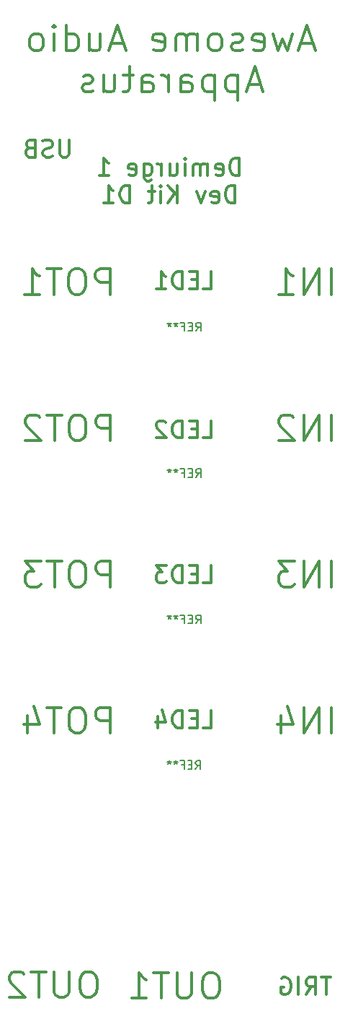
<source format=gbr>
G04 #@! TF.GenerationSoftware,KiCad,Pcbnew,6.0.6+dfsg-1*
G04 #@! TF.CreationDate,2022-08-11T17:50:01+02:00*
G04 #@! TF.ProjectId,demiurge-panel_template,64656d69-7572-4676-952d-70616e656c5f,F*
G04 #@! TF.SameCoordinates,Original*
G04 #@! TF.FileFunction,Legend,Bot*
G04 #@! TF.FilePolarity,Positive*
%FSLAX46Y46*%
G04 Gerber Fmt 4.6, Leading zero omitted, Abs format (unit mm)*
G04 Created by KiCad (PCBNEW 6.0.6+dfsg-1) date 2022-08-11 17:50:01*
%MOMM*%
%LPD*%
G01*
G04 APERTURE LIST*
%ADD10C,0.300000*%
%ADD11C,0.150000*%
G04 APERTURE END LIST*
D10*
X84023809Y-62004761D02*
X84023809Y-63623809D01*
X83928571Y-63814285D01*
X83833333Y-63909523D01*
X83642857Y-64004761D01*
X83261904Y-64004761D01*
X83071428Y-63909523D01*
X82976190Y-63814285D01*
X82880952Y-63623809D01*
X82880952Y-62004761D01*
X82023809Y-63909523D02*
X81738095Y-64004761D01*
X81261904Y-64004761D01*
X81071428Y-63909523D01*
X80976190Y-63814285D01*
X80880952Y-63623809D01*
X80880952Y-63433333D01*
X80976190Y-63242857D01*
X81071428Y-63147619D01*
X81261904Y-63052380D01*
X81642857Y-62957142D01*
X81833333Y-62861904D01*
X81928571Y-62766666D01*
X82023809Y-62576190D01*
X82023809Y-62385714D01*
X81928571Y-62195238D01*
X81833333Y-62100000D01*
X81642857Y-62004761D01*
X81166666Y-62004761D01*
X80880952Y-62100000D01*
X79357142Y-62957142D02*
X79071428Y-63052380D01*
X78976190Y-63147619D01*
X78880952Y-63338095D01*
X78880952Y-63623809D01*
X78976190Y-63814285D01*
X79071428Y-63909523D01*
X79261904Y-64004761D01*
X80023809Y-64004761D01*
X80023809Y-62004761D01*
X79357142Y-62004761D01*
X79166666Y-62100000D01*
X79071428Y-62195238D01*
X78976190Y-62385714D01*
X78976190Y-62576190D01*
X79071428Y-62766666D01*
X79166666Y-62861904D01*
X79357142Y-62957142D01*
X80023809Y-62957142D01*
X103990476Y-66123072D02*
X103990476Y-64123072D01*
X103514285Y-64123072D01*
X103228571Y-64218311D01*
X103038095Y-64408787D01*
X102942857Y-64599263D01*
X102847619Y-64980215D01*
X102847619Y-65265930D01*
X102942857Y-65646882D01*
X103038095Y-65837358D01*
X103228571Y-66027834D01*
X103514285Y-66123072D01*
X103990476Y-66123072D01*
X101228571Y-66027834D02*
X101419047Y-66123072D01*
X101800000Y-66123072D01*
X101990476Y-66027834D01*
X102085714Y-65837358D01*
X102085714Y-65075453D01*
X101990476Y-64884977D01*
X101800000Y-64789739D01*
X101419047Y-64789739D01*
X101228571Y-64884977D01*
X101133333Y-65075453D01*
X101133333Y-65265930D01*
X102085714Y-65456406D01*
X100276190Y-66123072D02*
X100276190Y-64789739D01*
X100276190Y-64980215D02*
X100180952Y-64884977D01*
X99990476Y-64789739D01*
X99704761Y-64789739D01*
X99514285Y-64884977D01*
X99419047Y-65075453D01*
X99419047Y-66123072D01*
X99419047Y-65075453D02*
X99323809Y-64884977D01*
X99133333Y-64789739D01*
X98847619Y-64789739D01*
X98657142Y-64884977D01*
X98561904Y-65075453D01*
X98561904Y-66123072D01*
X97609523Y-66123072D02*
X97609523Y-64789739D01*
X97609523Y-64123072D02*
X97704761Y-64218311D01*
X97609523Y-64313549D01*
X97514285Y-64218311D01*
X97609523Y-64123072D01*
X97609523Y-64313549D01*
X95800000Y-64789739D02*
X95800000Y-66123072D01*
X96657142Y-64789739D02*
X96657142Y-65837358D01*
X96561904Y-66027834D01*
X96371428Y-66123072D01*
X96085714Y-66123072D01*
X95895238Y-66027834D01*
X95800000Y-65932596D01*
X94847619Y-66123072D02*
X94847619Y-64789739D01*
X94847619Y-65170691D02*
X94752380Y-64980215D01*
X94657142Y-64884977D01*
X94466666Y-64789739D01*
X94276190Y-64789739D01*
X92752380Y-64789739D02*
X92752380Y-66408787D01*
X92847619Y-66599263D01*
X92942857Y-66694501D01*
X93133333Y-66789739D01*
X93419047Y-66789739D01*
X93609523Y-66694501D01*
X92752380Y-66027834D02*
X92942857Y-66123072D01*
X93323809Y-66123072D01*
X93514285Y-66027834D01*
X93609523Y-65932596D01*
X93704761Y-65742120D01*
X93704761Y-65170691D01*
X93609523Y-64980215D01*
X93514285Y-64884977D01*
X93323809Y-64789739D01*
X92942857Y-64789739D01*
X92752380Y-64884977D01*
X91038095Y-66027834D02*
X91228571Y-66123072D01*
X91609523Y-66123072D01*
X91800000Y-66027834D01*
X91895238Y-65837358D01*
X91895238Y-65075453D01*
X91800000Y-64884977D01*
X91609523Y-64789739D01*
X91228571Y-64789739D01*
X91038095Y-64884977D01*
X90942857Y-65075453D01*
X90942857Y-65265930D01*
X91895238Y-65456406D01*
X87514285Y-66123072D02*
X88657142Y-66123072D01*
X88085714Y-66123072D02*
X88085714Y-64123072D01*
X88276190Y-64408787D01*
X88466666Y-64599263D01*
X88657142Y-64694501D01*
X103466666Y-69343072D02*
X103466666Y-67343072D01*
X102990476Y-67343072D01*
X102704761Y-67438311D01*
X102514285Y-67628787D01*
X102419047Y-67819263D01*
X102323809Y-68200215D01*
X102323809Y-68485930D01*
X102419047Y-68866882D01*
X102514285Y-69057358D01*
X102704761Y-69247834D01*
X102990476Y-69343072D01*
X103466666Y-69343072D01*
X100704761Y-69247834D02*
X100895238Y-69343072D01*
X101276190Y-69343072D01*
X101466666Y-69247834D01*
X101561904Y-69057358D01*
X101561904Y-68295453D01*
X101466666Y-68104977D01*
X101276190Y-68009739D01*
X100895238Y-68009739D01*
X100704761Y-68104977D01*
X100609523Y-68295453D01*
X100609523Y-68485930D01*
X101561904Y-68676406D01*
X99942857Y-68009739D02*
X99466666Y-69343072D01*
X98990476Y-68009739D01*
X96704761Y-69343072D02*
X96704761Y-67343072D01*
X95561904Y-69343072D02*
X96419047Y-68200215D01*
X95561904Y-67343072D02*
X96704761Y-68485930D01*
X94704761Y-69343072D02*
X94704761Y-68009739D01*
X94704761Y-67343072D02*
X94800000Y-67438311D01*
X94704761Y-67533549D01*
X94609523Y-67438311D01*
X94704761Y-67343072D01*
X94704761Y-67533549D01*
X94038095Y-68009739D02*
X93276190Y-68009739D01*
X93752380Y-67343072D02*
X93752380Y-69057358D01*
X93657142Y-69247834D01*
X93466666Y-69343072D01*
X93276190Y-69343072D01*
X91085714Y-69343072D02*
X91085714Y-67343072D01*
X90609523Y-67343072D01*
X90323809Y-67438311D01*
X90133333Y-67628787D01*
X90038095Y-67819263D01*
X89942857Y-68200215D01*
X89942857Y-68485930D01*
X90038095Y-68866882D01*
X90133333Y-69057358D01*
X90323809Y-69247834D01*
X90609523Y-69343072D01*
X91085714Y-69343072D01*
X88038095Y-69343072D02*
X89180952Y-69343072D01*
X88609523Y-69343072D02*
X88609523Y-67343072D01*
X88800000Y-67628787D01*
X88990476Y-67819263D01*
X89180952Y-67914501D01*
X112642857Y-50685000D02*
X111214285Y-50685000D01*
X112928571Y-51542142D02*
X111928571Y-48542142D01*
X110928571Y-51542142D01*
X110214285Y-49542142D02*
X109642857Y-51542142D01*
X109071428Y-50113571D01*
X108500000Y-51542142D01*
X107928571Y-49542142D01*
X105642857Y-51399285D02*
X105928571Y-51542142D01*
X106500000Y-51542142D01*
X106785714Y-51399285D01*
X106928571Y-51113571D01*
X106928571Y-49970714D01*
X106785714Y-49685000D01*
X106500000Y-49542142D01*
X105928571Y-49542142D01*
X105642857Y-49685000D01*
X105500000Y-49970714D01*
X105500000Y-50256428D01*
X106928571Y-50542142D01*
X104357142Y-51399285D02*
X104071428Y-51542142D01*
X103500000Y-51542142D01*
X103214285Y-51399285D01*
X103071428Y-51113571D01*
X103071428Y-50970714D01*
X103214285Y-50685000D01*
X103500000Y-50542142D01*
X103928571Y-50542142D01*
X104214285Y-50399285D01*
X104357142Y-50113571D01*
X104357142Y-49970714D01*
X104214285Y-49685000D01*
X103928571Y-49542142D01*
X103500000Y-49542142D01*
X103214285Y-49685000D01*
X101357142Y-51542142D02*
X101642857Y-51399285D01*
X101785714Y-51256428D01*
X101928571Y-50970714D01*
X101928571Y-50113571D01*
X101785714Y-49827857D01*
X101642857Y-49685000D01*
X101357142Y-49542142D01*
X100928571Y-49542142D01*
X100642857Y-49685000D01*
X100500000Y-49827857D01*
X100357142Y-50113571D01*
X100357142Y-50970714D01*
X100500000Y-51256428D01*
X100642857Y-51399285D01*
X100928571Y-51542142D01*
X101357142Y-51542142D01*
X99071428Y-51542142D02*
X99071428Y-49542142D01*
X99071428Y-49827857D02*
X98928571Y-49685000D01*
X98642857Y-49542142D01*
X98214285Y-49542142D01*
X97928571Y-49685000D01*
X97785714Y-49970714D01*
X97785714Y-51542142D01*
X97785714Y-49970714D02*
X97642857Y-49685000D01*
X97357142Y-49542142D01*
X96928571Y-49542142D01*
X96642857Y-49685000D01*
X96500000Y-49970714D01*
X96500000Y-51542142D01*
X93928571Y-51399285D02*
X94214285Y-51542142D01*
X94785714Y-51542142D01*
X95071428Y-51399285D01*
X95214285Y-51113571D01*
X95214285Y-49970714D01*
X95071428Y-49685000D01*
X94785714Y-49542142D01*
X94214285Y-49542142D01*
X93928571Y-49685000D01*
X93785714Y-49970714D01*
X93785714Y-50256428D01*
X95214285Y-50542142D01*
X90357142Y-50685000D02*
X88928571Y-50685000D01*
X90642857Y-51542142D02*
X89642857Y-48542142D01*
X88642857Y-51542142D01*
X86357142Y-49542142D02*
X86357142Y-51542142D01*
X87642857Y-49542142D02*
X87642857Y-51113571D01*
X87500000Y-51399285D01*
X87214285Y-51542142D01*
X86785714Y-51542142D01*
X86500000Y-51399285D01*
X86357142Y-51256428D01*
X83642857Y-51542142D02*
X83642857Y-48542142D01*
X83642857Y-51399285D02*
X83928571Y-51542142D01*
X84500000Y-51542142D01*
X84785714Y-51399285D01*
X84928571Y-51256428D01*
X85071428Y-50970714D01*
X85071428Y-50113571D01*
X84928571Y-49827857D01*
X84785714Y-49685000D01*
X84500000Y-49542142D01*
X83928571Y-49542142D01*
X83642857Y-49685000D01*
X82214285Y-51542142D02*
X82214285Y-49542142D01*
X82214285Y-48542142D02*
X82357142Y-48685000D01*
X82214285Y-48827857D01*
X82071428Y-48685000D01*
X82214285Y-48542142D01*
X82214285Y-48827857D01*
X80357142Y-51542142D02*
X80642857Y-51399285D01*
X80785714Y-51256428D01*
X80928571Y-50970714D01*
X80928571Y-50113571D01*
X80785714Y-49827857D01*
X80642857Y-49685000D01*
X80357142Y-49542142D01*
X79928571Y-49542142D01*
X79642857Y-49685000D01*
X79500000Y-49827857D01*
X79357142Y-50113571D01*
X79357142Y-50970714D01*
X79500000Y-51256428D01*
X79642857Y-51399285D01*
X79928571Y-51542142D01*
X80357142Y-51542142D01*
X106500000Y-55515000D02*
X105071428Y-55515000D01*
X106785714Y-56372142D02*
X105785714Y-53372142D01*
X104785714Y-56372142D01*
X103785714Y-54372142D02*
X103785714Y-57372142D01*
X103785714Y-54515000D02*
X103500000Y-54372142D01*
X102928571Y-54372142D01*
X102642857Y-54515000D01*
X102500000Y-54657857D01*
X102357142Y-54943571D01*
X102357142Y-55800714D01*
X102500000Y-56086428D01*
X102642857Y-56229285D01*
X102928571Y-56372142D01*
X103500000Y-56372142D01*
X103785714Y-56229285D01*
X101071428Y-54372142D02*
X101071428Y-57372142D01*
X101071428Y-54515000D02*
X100785714Y-54372142D01*
X100214285Y-54372142D01*
X99928571Y-54515000D01*
X99785714Y-54657857D01*
X99642857Y-54943571D01*
X99642857Y-55800714D01*
X99785714Y-56086428D01*
X99928571Y-56229285D01*
X100214285Y-56372142D01*
X100785714Y-56372142D01*
X101071428Y-56229285D01*
X97071428Y-56372142D02*
X97071428Y-54800714D01*
X97214285Y-54515000D01*
X97500000Y-54372142D01*
X98071428Y-54372142D01*
X98357142Y-54515000D01*
X97071428Y-56229285D02*
X97357142Y-56372142D01*
X98071428Y-56372142D01*
X98357142Y-56229285D01*
X98500000Y-55943571D01*
X98500000Y-55657857D01*
X98357142Y-55372142D01*
X98071428Y-55229285D01*
X97357142Y-55229285D01*
X97071428Y-55086428D01*
X95642857Y-56372142D02*
X95642857Y-54372142D01*
X95642857Y-54943571D02*
X95500000Y-54657857D01*
X95357142Y-54515000D01*
X95071428Y-54372142D01*
X94785714Y-54372142D01*
X92500000Y-56372142D02*
X92500000Y-54800714D01*
X92642857Y-54515000D01*
X92928571Y-54372142D01*
X93500000Y-54372142D01*
X93785714Y-54515000D01*
X92500000Y-56229285D02*
X92785714Y-56372142D01*
X93500000Y-56372142D01*
X93785714Y-56229285D01*
X93928571Y-55943571D01*
X93928571Y-55657857D01*
X93785714Y-55372142D01*
X93500000Y-55229285D01*
X92785714Y-55229285D01*
X92500000Y-55086428D01*
X91500000Y-54372142D02*
X90357142Y-54372142D01*
X91071428Y-53372142D02*
X91071428Y-55943571D01*
X90928571Y-56229285D01*
X90642857Y-56372142D01*
X90357142Y-56372142D01*
X88071428Y-54372142D02*
X88071428Y-56372142D01*
X89357142Y-54372142D02*
X89357142Y-55943571D01*
X89214285Y-56229285D01*
X88928571Y-56372142D01*
X88500000Y-56372142D01*
X88214285Y-56229285D01*
X88071428Y-56086428D01*
X86785714Y-56229285D02*
X86500000Y-56372142D01*
X85928571Y-56372142D01*
X85642857Y-56229285D01*
X85500000Y-55943571D01*
X85500000Y-55800714D01*
X85642857Y-55515000D01*
X85928571Y-55372142D01*
X86357142Y-55372142D01*
X86642857Y-55229285D01*
X86785714Y-54943571D01*
X86785714Y-54800714D01*
X86642857Y-54515000D01*
X86357142Y-54372142D01*
X85928571Y-54372142D01*
X85642857Y-54515000D01*
D11*
X98869333Y-84384380D02*
X99202666Y-83908190D01*
X99440761Y-84384380D02*
X99440761Y-83384380D01*
X99059809Y-83384380D01*
X98964571Y-83432000D01*
X98916952Y-83479619D01*
X98869333Y-83574857D01*
X98869333Y-83717714D01*
X98916952Y-83812952D01*
X98964571Y-83860571D01*
X99059809Y-83908190D01*
X99440761Y-83908190D01*
X98440761Y-83860571D02*
X98107428Y-83860571D01*
X97964571Y-84384380D02*
X98440761Y-84384380D01*
X98440761Y-83384380D01*
X97964571Y-83384380D01*
X97202666Y-83860571D02*
X97536000Y-83860571D01*
X97536000Y-84384380D02*
X97536000Y-83384380D01*
X97059809Y-83384380D01*
X96536000Y-83384380D02*
X96536000Y-83622476D01*
X96774095Y-83527238D02*
X96536000Y-83622476D01*
X96297904Y-83527238D01*
X96678857Y-83812952D02*
X96536000Y-83622476D01*
X96393142Y-83812952D01*
X95774095Y-83384380D02*
X95774095Y-83622476D01*
X96012190Y-83527238D02*
X95774095Y-83622476D01*
X95536000Y-83527238D01*
X95916952Y-83812952D02*
X95774095Y-83622476D01*
X95631238Y-83812952D01*
X98869333Y-101529380D02*
X99202666Y-101053190D01*
X99440761Y-101529380D02*
X99440761Y-100529380D01*
X99059809Y-100529380D01*
X98964571Y-100577000D01*
X98916952Y-100624619D01*
X98869333Y-100719857D01*
X98869333Y-100862714D01*
X98916952Y-100957952D01*
X98964571Y-101005571D01*
X99059809Y-101053190D01*
X99440761Y-101053190D01*
X98440761Y-101005571D02*
X98107428Y-101005571D01*
X97964571Y-101529380D02*
X98440761Y-101529380D01*
X98440761Y-100529380D01*
X97964571Y-100529380D01*
X97202666Y-101005571D02*
X97536000Y-101005571D01*
X97536000Y-101529380D02*
X97536000Y-100529380D01*
X97059809Y-100529380D01*
X96536000Y-100529380D02*
X96536000Y-100767476D01*
X96774095Y-100672238D02*
X96536000Y-100767476D01*
X96297904Y-100672238D01*
X96678857Y-100957952D02*
X96536000Y-100767476D01*
X96393142Y-100957952D01*
X95774095Y-100529380D02*
X95774095Y-100767476D01*
X96012190Y-100672238D02*
X95774095Y-100767476D01*
X95536000Y-100672238D01*
X95916952Y-100957952D02*
X95774095Y-100767476D01*
X95631238Y-100957952D01*
X98869333Y-118674380D02*
X99202666Y-118198190D01*
X99440761Y-118674380D02*
X99440761Y-117674380D01*
X99059809Y-117674380D01*
X98964571Y-117722000D01*
X98916952Y-117769619D01*
X98869333Y-117864857D01*
X98869333Y-118007714D01*
X98916952Y-118102952D01*
X98964571Y-118150571D01*
X99059809Y-118198190D01*
X99440761Y-118198190D01*
X98440761Y-118150571D02*
X98107428Y-118150571D01*
X97964571Y-118674380D02*
X98440761Y-118674380D01*
X98440761Y-117674380D01*
X97964571Y-117674380D01*
X97202666Y-118150571D02*
X97536000Y-118150571D01*
X97536000Y-118674380D02*
X97536000Y-117674380D01*
X97059809Y-117674380D01*
X96536000Y-117674380D02*
X96536000Y-117912476D01*
X96774095Y-117817238D02*
X96536000Y-117912476D01*
X96297904Y-117817238D01*
X96678857Y-118102952D02*
X96536000Y-117912476D01*
X96393142Y-118102952D01*
X95774095Y-117674380D02*
X95774095Y-117912476D01*
X96012190Y-117817238D02*
X95774095Y-117912476D01*
X95536000Y-117817238D01*
X95916952Y-118102952D02*
X95774095Y-117912476D01*
X95631238Y-118102952D01*
X98833333Y-135767380D02*
X99166666Y-135291190D01*
X99404761Y-135767380D02*
X99404761Y-134767380D01*
X99023809Y-134767380D01*
X98928571Y-134815000D01*
X98880952Y-134862619D01*
X98833333Y-134957857D01*
X98833333Y-135100714D01*
X98880952Y-135195952D01*
X98928571Y-135243571D01*
X99023809Y-135291190D01*
X99404761Y-135291190D01*
X98404761Y-135243571D02*
X98071428Y-135243571D01*
X97928571Y-135767380D02*
X98404761Y-135767380D01*
X98404761Y-134767380D01*
X97928571Y-134767380D01*
X97166666Y-135243571D02*
X97500000Y-135243571D01*
X97500000Y-135767380D02*
X97500000Y-134767380D01*
X97023809Y-134767380D01*
X96500000Y-134767380D02*
X96500000Y-135005476D01*
X96738095Y-134910238D02*
X96500000Y-135005476D01*
X96261904Y-134910238D01*
X96642857Y-135195952D02*
X96500000Y-135005476D01*
X96357142Y-135195952D01*
X95738095Y-134767380D02*
X95738095Y-135005476D01*
X95976190Y-134910238D02*
X95738095Y-135005476D01*
X95500000Y-134910238D01*
X95880952Y-135195952D02*
X95738095Y-135005476D01*
X95595238Y-135195952D01*
D10*
X99738095Y-130904761D02*
X100690476Y-130904761D01*
X100690476Y-128904761D01*
X99071428Y-129857142D02*
X98404761Y-129857142D01*
X98119047Y-130904761D02*
X99071428Y-130904761D01*
X99071428Y-128904761D01*
X98119047Y-128904761D01*
X97261904Y-130904761D02*
X97261904Y-128904761D01*
X96785714Y-128904761D01*
X96500000Y-129000000D01*
X96309523Y-129190476D01*
X96214285Y-129380952D01*
X96119047Y-129761904D01*
X96119047Y-130047619D01*
X96214285Y-130428571D01*
X96309523Y-130619047D01*
X96500000Y-130809523D01*
X96785714Y-130904761D01*
X97261904Y-130904761D01*
X94404761Y-129571428D02*
X94404761Y-130904761D01*
X94880952Y-128809523D02*
X95357142Y-130238095D01*
X94119047Y-130238095D01*
X99738095Y-113904761D02*
X100690476Y-113904761D01*
X100690476Y-111904761D01*
X99071428Y-112857142D02*
X98404761Y-112857142D01*
X98119047Y-113904761D02*
X99071428Y-113904761D01*
X99071428Y-111904761D01*
X98119047Y-111904761D01*
X97261904Y-113904761D02*
X97261904Y-111904761D01*
X96785714Y-111904761D01*
X96500000Y-112000000D01*
X96309523Y-112190476D01*
X96214285Y-112380952D01*
X96119047Y-112761904D01*
X96119047Y-113047619D01*
X96214285Y-113428571D01*
X96309523Y-113619047D01*
X96500000Y-113809523D01*
X96785714Y-113904761D01*
X97261904Y-113904761D01*
X95452380Y-111904761D02*
X94214285Y-111904761D01*
X94880952Y-112666666D01*
X94595238Y-112666666D01*
X94404761Y-112761904D01*
X94309523Y-112857142D01*
X94214285Y-113047619D01*
X94214285Y-113523809D01*
X94309523Y-113714285D01*
X94404761Y-113809523D01*
X94595238Y-113904761D01*
X95166666Y-113904761D01*
X95357142Y-113809523D01*
X95452380Y-113714285D01*
X99738095Y-96904761D02*
X100690476Y-96904761D01*
X100690476Y-94904761D01*
X99071428Y-95857142D02*
X98404761Y-95857142D01*
X98119047Y-96904761D02*
X99071428Y-96904761D01*
X99071428Y-94904761D01*
X98119047Y-94904761D01*
X97261904Y-96904761D02*
X97261904Y-94904761D01*
X96785714Y-94904761D01*
X96500000Y-95000000D01*
X96309523Y-95190476D01*
X96214285Y-95380952D01*
X96119047Y-95761904D01*
X96119047Y-96047619D01*
X96214285Y-96428571D01*
X96309523Y-96619047D01*
X96500000Y-96809523D01*
X96785714Y-96904761D01*
X97261904Y-96904761D01*
X95357142Y-95095238D02*
X95261904Y-95000000D01*
X95071428Y-94904761D01*
X94595238Y-94904761D01*
X94404761Y-95000000D01*
X94309523Y-95095238D01*
X94214285Y-95285714D01*
X94214285Y-95476190D01*
X94309523Y-95761904D01*
X95452380Y-96904761D01*
X94214285Y-96904761D01*
X99738095Y-79404761D02*
X100690476Y-79404761D01*
X100690476Y-77404761D01*
X99071428Y-78357142D02*
X98404761Y-78357142D01*
X98119047Y-79404761D02*
X99071428Y-79404761D01*
X99071428Y-77404761D01*
X98119047Y-77404761D01*
X97261904Y-79404761D02*
X97261904Y-77404761D01*
X96785714Y-77404761D01*
X96500000Y-77500000D01*
X96309523Y-77690476D01*
X96214285Y-77880952D01*
X96119047Y-78261904D01*
X96119047Y-78547619D01*
X96214285Y-78928571D01*
X96309523Y-79119047D01*
X96500000Y-79309523D01*
X96785714Y-79404761D01*
X97261904Y-79404761D01*
X94214285Y-79404761D02*
X95357142Y-79404761D01*
X94785714Y-79404761D02*
X94785714Y-77404761D01*
X94976190Y-77690476D01*
X95166666Y-77880952D01*
X95357142Y-77976190D01*
X88773971Y-80082142D02*
X88773971Y-77082142D01*
X87631114Y-77082142D01*
X87345400Y-77225000D01*
X87202542Y-77367857D01*
X87059685Y-77653571D01*
X87059685Y-78082142D01*
X87202542Y-78367857D01*
X87345400Y-78510714D01*
X87631114Y-78653571D01*
X88773971Y-78653571D01*
X85202542Y-77082142D02*
X84631114Y-77082142D01*
X84345400Y-77225000D01*
X84059685Y-77510714D01*
X83916828Y-78082142D01*
X83916828Y-79082142D01*
X84059685Y-79653571D01*
X84345400Y-79939285D01*
X84631114Y-80082142D01*
X85202542Y-80082142D01*
X85488257Y-79939285D01*
X85773971Y-79653571D01*
X85916828Y-79082142D01*
X85916828Y-78082142D01*
X85773971Y-77510714D01*
X85488257Y-77225000D01*
X85202542Y-77082142D01*
X83059685Y-77082142D02*
X81345400Y-77082142D01*
X82202542Y-80082142D02*
X82202542Y-77082142D01*
X78773971Y-80082142D02*
X80488257Y-80082142D01*
X79631114Y-80082142D02*
X79631114Y-77082142D01*
X79916828Y-77510714D01*
X80202542Y-77796428D01*
X80488257Y-77939285D01*
X88824771Y-97227142D02*
X88824771Y-94227142D01*
X87681914Y-94227142D01*
X87396200Y-94370000D01*
X87253342Y-94512857D01*
X87110485Y-94798571D01*
X87110485Y-95227142D01*
X87253342Y-95512857D01*
X87396200Y-95655714D01*
X87681914Y-95798571D01*
X88824771Y-95798571D01*
X85253342Y-94227142D02*
X84681914Y-94227142D01*
X84396200Y-94370000D01*
X84110485Y-94655714D01*
X83967628Y-95227142D01*
X83967628Y-96227142D01*
X84110485Y-96798571D01*
X84396200Y-97084285D01*
X84681914Y-97227142D01*
X85253342Y-97227142D01*
X85539057Y-97084285D01*
X85824771Y-96798571D01*
X85967628Y-96227142D01*
X85967628Y-95227142D01*
X85824771Y-94655714D01*
X85539057Y-94370000D01*
X85253342Y-94227142D01*
X83110485Y-94227142D02*
X81396200Y-94227142D01*
X82253342Y-97227142D02*
X82253342Y-94227142D01*
X80539057Y-94512857D02*
X80396200Y-94370000D01*
X80110485Y-94227142D01*
X79396200Y-94227142D01*
X79110485Y-94370000D01*
X78967628Y-94512857D01*
X78824771Y-94798571D01*
X78824771Y-95084285D01*
X78967628Y-95512857D01*
X80681914Y-97227142D01*
X78824771Y-97227142D01*
X88824771Y-114372142D02*
X88824771Y-111372142D01*
X87681914Y-111372142D01*
X87396200Y-111515000D01*
X87253342Y-111657857D01*
X87110485Y-111943571D01*
X87110485Y-112372142D01*
X87253342Y-112657857D01*
X87396200Y-112800714D01*
X87681914Y-112943571D01*
X88824771Y-112943571D01*
X85253342Y-111372142D02*
X84681914Y-111372142D01*
X84396200Y-111515000D01*
X84110485Y-111800714D01*
X83967628Y-112372142D01*
X83967628Y-113372142D01*
X84110485Y-113943571D01*
X84396200Y-114229285D01*
X84681914Y-114372142D01*
X85253342Y-114372142D01*
X85539057Y-114229285D01*
X85824771Y-113943571D01*
X85967628Y-113372142D01*
X85967628Y-112372142D01*
X85824771Y-111800714D01*
X85539057Y-111515000D01*
X85253342Y-111372142D01*
X83110485Y-111372142D02*
X81396200Y-111372142D01*
X82253342Y-114372142D02*
X82253342Y-111372142D01*
X80681914Y-111372142D02*
X78824771Y-111372142D01*
X79824771Y-112515000D01*
X79396200Y-112515000D01*
X79110485Y-112657857D01*
X78967628Y-112800714D01*
X78824771Y-113086428D01*
X78824771Y-113800714D01*
X78967628Y-114086428D01*
X79110485Y-114229285D01*
X79396200Y-114372142D01*
X80253342Y-114372142D01*
X80539057Y-114229285D01*
X80681914Y-114086428D01*
X88799371Y-131517142D02*
X88799371Y-128517142D01*
X87656514Y-128517142D01*
X87370800Y-128660000D01*
X87227942Y-128802857D01*
X87085085Y-129088571D01*
X87085085Y-129517142D01*
X87227942Y-129802857D01*
X87370800Y-129945714D01*
X87656514Y-130088571D01*
X88799371Y-130088571D01*
X85227942Y-128517142D02*
X84656514Y-128517142D01*
X84370800Y-128660000D01*
X84085085Y-128945714D01*
X83942228Y-129517142D01*
X83942228Y-130517142D01*
X84085085Y-131088571D01*
X84370800Y-131374285D01*
X84656514Y-131517142D01*
X85227942Y-131517142D01*
X85513657Y-131374285D01*
X85799371Y-131088571D01*
X85942228Y-130517142D01*
X85942228Y-129517142D01*
X85799371Y-128945714D01*
X85513657Y-128660000D01*
X85227942Y-128517142D01*
X83085085Y-128517142D02*
X81370800Y-128517142D01*
X82227942Y-131517142D02*
X82227942Y-128517142D01*
X79085085Y-129517142D02*
X79085085Y-131517142D01*
X79799371Y-128374285D02*
X80513657Y-130517142D01*
X78656514Y-130517142D01*
X86528571Y-159510465D02*
X85957142Y-159510465D01*
X85671428Y-159653323D01*
X85385714Y-159939037D01*
X85242857Y-160510465D01*
X85242857Y-161510465D01*
X85385714Y-162081894D01*
X85671428Y-162367608D01*
X85957142Y-162510465D01*
X86528571Y-162510465D01*
X86814285Y-162367608D01*
X87100000Y-162081894D01*
X87242857Y-161510465D01*
X87242857Y-160510465D01*
X87100000Y-159939037D01*
X86814285Y-159653323D01*
X86528571Y-159510465D01*
X83957142Y-159510465D02*
X83957142Y-161939037D01*
X83814285Y-162224751D01*
X83671428Y-162367608D01*
X83385714Y-162510465D01*
X82814285Y-162510465D01*
X82528571Y-162367608D01*
X82385714Y-162224751D01*
X82242857Y-161939037D01*
X82242857Y-159510465D01*
X81242857Y-159510465D02*
X79528571Y-159510465D01*
X80385714Y-162510465D02*
X80385714Y-159510465D01*
X78671428Y-159796180D02*
X78528571Y-159653323D01*
X78242857Y-159510465D01*
X77528571Y-159510465D01*
X77242857Y-159653323D01*
X77100000Y-159796180D01*
X76957142Y-160081894D01*
X76957142Y-160367608D01*
X77100000Y-160796180D01*
X78814285Y-162510465D01*
X76957142Y-162510465D01*
X100928571Y-159626655D02*
X100357142Y-159626655D01*
X100071428Y-159769513D01*
X99785714Y-160055227D01*
X99642857Y-160626655D01*
X99642857Y-161626655D01*
X99785714Y-162198084D01*
X100071428Y-162483798D01*
X100357142Y-162626655D01*
X100928571Y-162626655D01*
X101214285Y-162483798D01*
X101500000Y-162198084D01*
X101642857Y-161626655D01*
X101642857Y-160626655D01*
X101500000Y-160055227D01*
X101214285Y-159769513D01*
X100928571Y-159626655D01*
X98357142Y-159626655D02*
X98357142Y-162055227D01*
X98214285Y-162340941D01*
X98071428Y-162483798D01*
X97785714Y-162626655D01*
X97214285Y-162626655D01*
X96928571Y-162483798D01*
X96785714Y-162340941D01*
X96642857Y-162055227D01*
X96642857Y-159626655D01*
X95642857Y-159626655D02*
X93928571Y-159626655D01*
X94785714Y-162626655D02*
X94785714Y-159626655D01*
X91357142Y-162626655D02*
X93071428Y-162626655D01*
X92214285Y-162626655D02*
X92214285Y-159626655D01*
X92500000Y-160055227D01*
X92785714Y-160340941D01*
X93071428Y-160483798D01*
X114747619Y-160174274D02*
X113604761Y-160174274D01*
X114176190Y-162174274D02*
X114176190Y-160174274D01*
X111795238Y-162174274D02*
X112461904Y-161221893D01*
X112938095Y-162174274D02*
X112938095Y-160174274D01*
X112176190Y-160174274D01*
X111985714Y-160269513D01*
X111890476Y-160364751D01*
X111795238Y-160555227D01*
X111795238Y-160840941D01*
X111890476Y-161031417D01*
X111985714Y-161126655D01*
X112176190Y-161221893D01*
X112938095Y-161221893D01*
X110938095Y-162174274D02*
X110938095Y-160174274D01*
X108938095Y-160269513D02*
X109128571Y-160174274D01*
X109414285Y-160174274D01*
X109700000Y-160269513D01*
X109890476Y-160459989D01*
X109985714Y-160650465D01*
X110080952Y-161031417D01*
X110080952Y-161317132D01*
X109985714Y-161698084D01*
X109890476Y-161888560D01*
X109700000Y-162079036D01*
X109414285Y-162174274D01*
X109223809Y-162174274D01*
X108938095Y-162079036D01*
X108842857Y-161983798D01*
X108842857Y-161317132D01*
X109223809Y-161317132D01*
X114760000Y-131517142D02*
X114760000Y-128517142D01*
X113331428Y-131517142D02*
X113331428Y-128517142D01*
X111617142Y-131517142D01*
X111617142Y-128517142D01*
X108902857Y-129517142D02*
X108902857Y-131517142D01*
X109617142Y-128374285D02*
X110331428Y-130517142D01*
X108474285Y-130517142D01*
X114760000Y-114372142D02*
X114760000Y-111372142D01*
X113331428Y-114372142D02*
X113331428Y-111372142D01*
X111617142Y-114372142D01*
X111617142Y-111372142D01*
X110474285Y-111372142D02*
X108617142Y-111372142D01*
X109617142Y-112515000D01*
X109188571Y-112515000D01*
X108902857Y-112657857D01*
X108760000Y-112800714D01*
X108617142Y-113086428D01*
X108617142Y-113800714D01*
X108760000Y-114086428D01*
X108902857Y-114229285D01*
X109188571Y-114372142D01*
X110045714Y-114372142D01*
X110331428Y-114229285D01*
X110474285Y-114086428D01*
X114760000Y-97227142D02*
X114760000Y-94227142D01*
X113331428Y-97227142D02*
X113331428Y-94227142D01*
X111617142Y-97227142D01*
X111617142Y-94227142D01*
X110331428Y-94512857D02*
X110188571Y-94370000D01*
X109902857Y-94227142D01*
X109188571Y-94227142D01*
X108902857Y-94370000D01*
X108760000Y-94512857D01*
X108617142Y-94798571D01*
X108617142Y-95084285D01*
X108760000Y-95512857D01*
X110474285Y-97227142D01*
X108617142Y-97227142D01*
X114760000Y-80082142D02*
X114760000Y-77082142D01*
X113331428Y-80082142D02*
X113331428Y-77082142D01*
X111617142Y-80082142D01*
X111617142Y-77082142D01*
X108617142Y-80082142D02*
X110331428Y-80082142D01*
X109474285Y-80082142D02*
X109474285Y-77082142D01*
X109760000Y-77510714D01*
X110045714Y-77796428D01*
X110331428Y-77939285D01*
M02*

</source>
